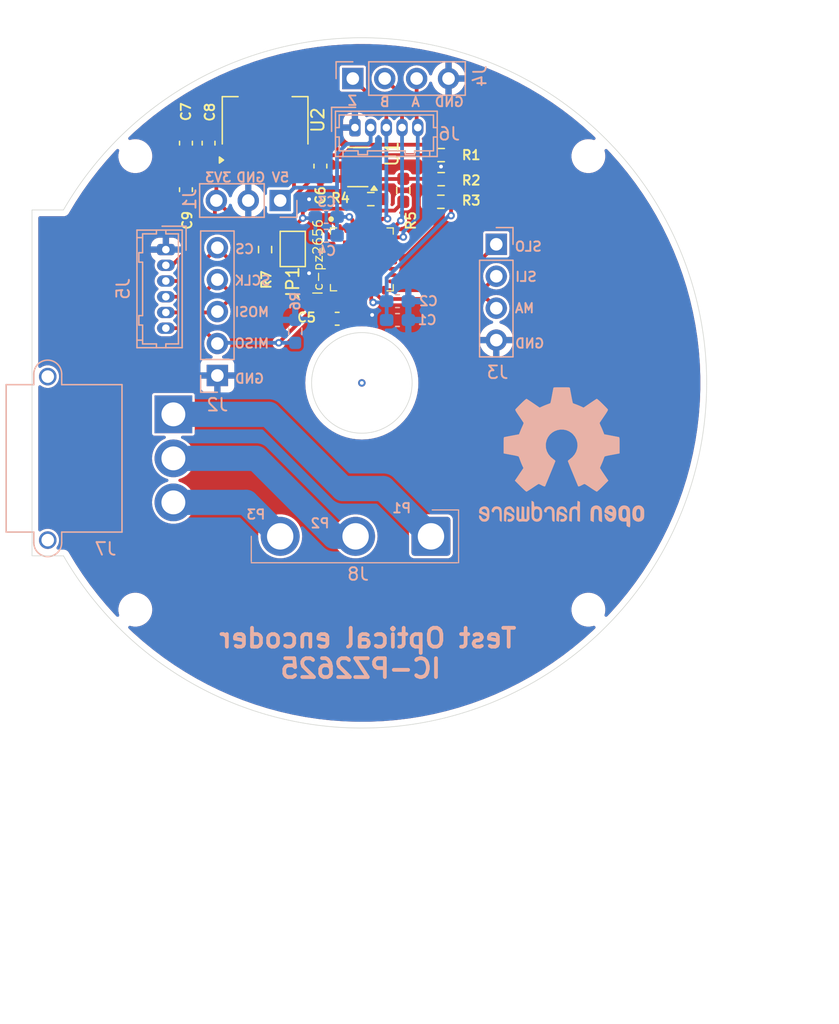
<source format=kicad_pcb>
(kicad_pcb (version 20240108) (generator "pcbnew") (generator_version "8.0")
  (layers (0 "F.Cu" signal) (31 "B.Cu" signal) (34 "B.Paste" user) (35 "F.Paste" user) (36 "B.SilkS" user "B.Silkscreen") (37 "F.SilkS" user "F.Silkscreen") (38 "B.Mask" user) (39 "F.Mask" user) (44 "Edge.Cuts" user))
  (net 0 "")
  (net 1 "Net-(Ic-pz2656-C1V8)")
  (net 3 "GND")
  (net 6 "+3.3V")
  (net 7 "+5V")
  (net 10 "/SPI_MOSI")
  (net 11 "/BiSS_MA")
  (net 12 "Net-(Ic-pz2656-SDA)")
  (net 13 "/BiSS_SLI")
  (net 16 "Net-(Ic-pz2656-SCL)")
  (net 17 "Net-(Ic-pz2656-NRES)")
  (net 18 "/SPI_SCLK")
  (net 20 "Net-(U1-SDA)")
  (net 21 "Net-(U1-SCL)")
  (net 23 "/Z")
  (net 24 "/SPI_~{CS}")
  (net 25 "/B")
  (net 26 "/SPI_MISO")
  (net 28 "/A")
  (net 30 "/BiSS_SLO")
  (net 31 "/P3")
  (net 32 "/P1")
  (net 33 "/P2")
  (net 34 "GNDA")
  (footprint "Resistor_SMD:R_0603_1608Metric_Pad0.98x0.95mm_HandSolder" (layer "F.Cu") (at 112.8 111.9 90)
    (property "Reference" "R7" (at -2.4 0.1 -90) (layer "F.SilkS") (effects (font (size 0.75 0.75))))
    (property "Value" "10K")
    (pad "1" smd roundrect (at -0.9125 0 90) (size 0.975 0.95) (layers "F.Cu" "F.Paste" "F.Mask") (net 24 "/SPI_~{CS}"))
    (pad "2" smd roundrect (at 0.9125 0 90) (size 0.975 0.95) (layers "F.Cu" "F.Paste" "F.Mask") (net 6 "+3.3V"))
  )
  (footprint "Package_TO_SOT_SMD:SOT-223-3_TabPin2" (layer "F.Cu") (at 112.8 101.65 90)
    (property "Reference" "U2" (at 0.05 4.2 -90) (layer "F.SilkS"))
    (property "Value" "AMS1117-3.3")
    (pad "1" smd roundrect (at -3.15 -2.3 90) (size 2 1.5) (layers "F.Cu" "F.Paste" "F.Mask") (net 3 "GND"))
    (pad "2" smd roundrect (at -3.15 0 90) (size 2 1.5) (layers "F.Cu" "F.Paste" "F.Mask") (net 6 "+3.3V"))
    (pad "2" smd roundrect (at 3.15 0 90) (size 2 3.8) (layers "F.Cu" "F.Paste" "F.Mask") (net 6 "+3.3V"))
    (pad "3" smd roundrect (at -3.15 2.3 90) (size 2 1.5) (layers "F.Cu" "F.Paste" "F.Mask") (net 7 "+5V"))
  )
  (footprint "Jumper:SolderJumper-2_P1.3mm_Bridged2Bar_Pad1.0x1.5mm" (layer "F.Cu") (at 115 111.85 90)
    (property "Reference" "JP1" (at -2.75 0 -90) (layer "F.SilkS"))
    (property "Value" "SolderJumper_2_Open")
    (fp_poly (pts (xy -0.25 -0.6) (xy 0.25 -0.6) (xy 0.25 -0.2) (xy -0.25 -0.2)) (fill solid) (layer "F.Cu"))
    (fp_poly (pts (xy -0.25 0.2) (xy 0.25 0.2) (xy 0.25 0.6) (xy -0.25 0.6)) (fill solid) (layer "F.Cu"))
    (pad "1" smd rect (at -0.65 0 90) (size 1 1.5) (layers "F.Cu" "F.Mask") (net 3 "GND"))
    (pad "2" smd rect (at 0.65 0 90) (size 1 1.5) (layers "F.Cu" "F.Mask") (net 34 "GNDA"))
  )
  (footprint "Package_TO_SOT_SMD:SOT-23-5" (layer "F.Cu") (at 120.175 105.3375 180)
    (property "Reference" "U1" (at -2.725 1.0375 -90) (layer "F.SilkS"))
    (property "Value" "AT24CS16-STUM" (hide yes))
    (pad "1" smd roundrect (at -1.1375 -0.95 180) (size 1.325 0.6) (layers "F.Cu" "F.Paste" "F.Mask") (net 21 "Net-(U1-SCL)"))
    (pad "2" smd roundrect (at -1.1375 0 180) (size 1.325 0.6) (layers "F.Cu" "F.Paste" "F.Mask") (net 3 "GND"))
    (pad "3" smd roundrect (at -1.1375 0.95 180) (size 1.325 0.6) (layers "F.Cu" "F.Paste" "F.Mask") (net 20 "Net-(U1-SDA)"))
    (pad "4" smd roundrect (at 1.1375 0.95 180) (size 1.325 0.6) (layers "F.Cu" "F.Paste" "F.Mask") (net 6 "+3.3V"))
    (pad "5" smd roundrect (at 1.1375 -0.95 180) (size 1.325 0.6) (layers "F.Cu" "F.Paste" "F.Mask") (net 3 "GND"))
  )
  (footprint "Capacitor_SMD:C_0603_1608Metric_Pad1.08x0.95mm_HandSolder" (layer "F.Cu") (at 108.3 103.4375 -90)
    (property "Reference" "C8" (at -2.4625 -0.1 90) (layer "F.SilkS") (effects (font (size 0.75 0.75))))
    (property "Value" "100nF")
    (pad "1" smd roundrect (at -0.8625 0 270) (size 1.075 0.95) (layers "F.Cu" "F.Paste" "F.Mask") (net 7 "+5V"))
    (pad "2" smd roundrect (at 0.8625 0 270) (size 1.075 0.95) (layers "F.Cu" "F.Paste" "F.Mask") (net 3 "GND"))
  )
  (footprint "Ic - pz2656:Ic-pz2656-5x5" (layer "F.Cu") (at 120.5 112.6775)
    (property "Reference" "Ic-pz2656" (at -3.5 -0.1775 90) (layer "F.SilkS") (effects (font (size 0.75 0.75) (thickness 0.1))))
    (property "Value" "~")
    (pad "0" smd rect (at 0 0) (size 3 3) (layers "F.Cu" "F.Paste" "F.Mask") (net 34 "GNDA"))
    (pad "1" smd oval (at -2.45 -1.75) (size 0.7 0.3) (layers "F.Cu" "F.Paste" "F.Mask") (net 3 "GND"))
    (pad "2" smd oval (at -2.45 -1.25) (size 0.7 0.3) (layers "F.Cu" "F.Paste" "F.Mask"))
    (pad "3" smd oval (at -2.45 -0.75) (size 0.7 0.3) (layers "F.Cu" "F.Paste" "F.Mask"))
    (pad "4" smd oval (at -2.45 -0.25) (size 0.7 0.3) (layers "F.Cu" "F.Paste" "F.Mask"))
    (pad "5" smd oval (at -2.45 0.25) (size 0.7 0.3) (layers "F.Cu" "F.Paste" "F.Mask"))
    (pad "6" smd oval (at -2.45 0.75) (size 0.7 0.3) (layers "F.Cu" "F.Paste" "F.Mask"))
    (pad "7" smd oval (at -2.45 1.25) (size 0.7 0.3) (layers "F.Cu" "F.Paste" "F.Mask"))
    (pad "8" smd oval (at -2.45 1.75) (size 0.7 0.3) (layers "F.Cu" "F.Paste" "F.Mask") (net 24 "/SPI_~{CS}"))
    (pad "9" smd oval (at -1.75 2.45 90) (size 0.7 0.3) (layers "F.Cu" "F.Paste" "F.Mask") (net 18 "/SPI_SCLK"))
    (pad "10" smd oval (at -1.25 2.45 90) (size 0.7 0.3) (layers "F.Cu" "F.Paste" "F.Mask") (net 10 "/SPI_MOSI"))
    (pad "11" smd oval (at -0.75 2.45 90) (size 0.7 0.3) (layers "F.Cu" "F.Paste" "F.Mask") (net 26 "/SPI_MISO"))
    (pad "12" smd oval (at -0.25 2.45 90) (size 0.7 0.3) (layers "F.Cu" "F.Paste" "F.Mask") (net 1 "Net-(Ic-pz2656-C1V8)"))
    (pad "13" smd oval (at 0.25 2.45 90) (size 0.7 0.3) (layers "F.Cu" "F.Paste" "F.Mask") (net 3 "GND"))
    (pad "14" smd oval (at 0.75 2.45 90) (size 0.7 0.3) (layers "F.Cu" "F.Paste" "F.Mask") (net 6 "+3.3V"))
    (pad "15" smd oval (at 1.25 2.45 90) (size 0.7 0.3) (layers "F.Cu" "F.Paste" "F.Mask") (net 11 "/BiSS_MA"))
    (pad "16" smd oval (at 1.75 2.45 90) (size 0.7 0.3) (layers "F.Cu" "F.Paste" "F.Mask") (net 13 "/BiSS_SLI"))
    (pad "17" smd oval (at 2.45 1.75) (size 0.7 0.3) (layers "F.Cu" "F.Paste" "F.Mask") (net 30 "/BiSS_SLO"))
    (pad "18" smd oval (at 2.45 1.25) (size 0.7 0.3) (layers "F.Cu" "F.Paste" "F.Mask"))
    (pad "19" smd oval (at 2.45 0.75) (size 0.7 0.3) (layers "F.Cu" "F.Paste" "F.Mask"))
    (pad "20" smd oval (at 2.45 0.25) (size 0.7 0.3) (layers "F.Cu" "F.Paste" "F.Mask"))
    (pad "21" smd oval (at 2.45 -0.25) (size 0.7 0.3) (layers "F.Cu" "F.Paste" "F.Mask"))
    (pad "22" smd oval (at 2.45 -0.75) (size 0.7 0.3) (layers "F.Cu" "F.Paste" "F.Mask") (net 17 "Net-(Ic-pz2656-NRES)"))
    (pad "23" smd oval (at 2.45 -1.25) (size 0.7 0.3) (layers "F.Cu" "F.Paste" "F.Mask"))
    (pad "24" smd oval (at 2.45 -1.75) (size 0.7 0.3) (layers "F.Cu" "F.Paste" "F.Mask") (net 28 "/A"))
    (pad "25" smd oval (at 1.75 -2.45 90) (size 0.7 0.3) (layers "F.Cu" "F.Paste" "F.Mask") (net 25 "/B"))
    (pad "26" smd oval (at 1.25 -2.45 90) (size 0.7 0.3) (layers "F.Cu" "F.Paste" "F.Mask") (net 23 "/Z"))
    (pad "27" smd oval (at 0.75 -2.45 90) (size 0.7 0.3) (layers "F.Cu" "F.Paste" "F.Mask") (net 16 "Net-(Ic-pz2656-SCL)"))
    (pad "28" smd oval (at 0.25 -2.45 90) (size 0.7 0.3) (layers "F.Cu" "F.Paste" "F.Mask") (net 12 "Net-(Ic-pz2656-SDA)"))
    (pad "29" smd oval (at -0.25 -2.45 90) (size 0.7 0.3) (layers "F.Cu" "F.Paste" "F.Mask") (net 34 "GNDA"))
    (pad "30" smd oval (at -0.75 -2.45 90) (size 0.7 0.3) (layers "F.Cu" "F.Paste" "F.Mask") (net 7 "+5V"))
    (pad "31" smd oval (at -1.25 -2.45 90) (size 0.7 0.3) (layers "F.Cu" "F.Paste" "F.Mask") (net 3 "GND"))
    (pad "32" smd oval (at -1.75 -2.45 90) (size 0.7 0.3) (layers "F.Cu" "F.Paste" "F.Mask") (net 3 "GND"))
  )
  (footprint "Capacitor_SMD:C_0603_1608Metric_Pad1.08x0.95mm_HandSolder" (layer "F.Cu") (at 106.5 107.1375 -90)
    (property "Reference" "C9" (at 2.4375 -0.1 90) (layer "F.SilkS") (effects (font (size 0.75 0.75))))
    (property "Value" "10uF")
    (pad "1" smd roundrect (at -0.8625 0 270) (size 1.075 0.95) (layers "F.Cu" "F.Paste" "F.Mask") (net 6 "+3.3V"))
    (pad "2" smd roundrect (at 0.8625 0 270) (size 1.075 0.95) (layers "F.Cu" "F.Paste" "F.Mask") (net 3 "GND"))
  )
  (footprint "Capacitor_SMD:C_0603_1608Metric_Pad1.08x0.95mm_HandSolder" (layer "F.Cu") (at 117.2 105.2625 90)
    (property "Reference" "C6" (at -2.3375 0 -90) (layer "F.SilkS") (effects (font (size 0.75 0.75))))
    (property "Value" "100nF")
    (pad "1" smd roundrect (at -0.8625 0 90) (size 1.075 0.95) (layers "F.Cu" "F.Paste" "F.Mask") (net 3 "GND"))
    (pad "2" smd roundrect (at 0.8625 0 90) (size 1.075 0.95) (layers "F.Cu" "F.Paste" "F.Mask") (net 6 "+3.3V"))
  )
  (footprint "Resistor_SMD:R_0603_1608Metric_Pad0.98x0.95mm_HandSolder" (layer "F.Cu") (at 126.8125 106.3)
    (property "Reference" "R2" (at 2.3875 0.1 0) (layer "F.SilkS") (effects (font (size 0.75 0.75))))
    (property "Value" "3K3")
    (pad "1" smd roundrect (at -0.9125 0) (size 0.975 0.95) (layers "F.Cu" "F.Paste" "F.Mask") (net 21 "Net-(U1-SCL)"))
    (pad "2" smd roundrect (at 0.9125 0) (size 0.975 0.95) (layers "F.Cu" "F.Paste" "F.Mask") (net 6 "+3.3V"))
  )
  (footprint "Resistor_SMD:R_0603_1608Metric_Pad0.98x0.95mm_HandSolder" (layer "F.Cu") (at 121.2125 107.8875)
    (property "Reference" "R4" (at -2.4125 -0.0875 0) (layer "F.SilkS") (effects (font (size 0.75 0.75))))
    (property "Value" "0")
    (pad "1" smd roundrect (at -0.9125 0) (size 0.975 0.95) (layers "F.Cu" "F.Paste" "F.Mask") (net 20 "Net-(U1-SDA)"))
    (pad "2" smd roundrect (at 0.9125 0) (size 0.975 0.95) (layers "F.Cu" "F.Paste" "F.Mask") (net 12 "Net-(Ic-pz2656-SDA)"))
  )
  (footprint "Resistor_SMD:R_0603_1608Metric_Pad0.98x0.95mm_HandSolder" (layer "F.Cu") (at 123.8 107.1875 -90)
    (property "Reference" "R5" (at 2.4125 -0.6 90) (layer "F.SilkS") (effects (font (size 0.75 0.75) (thickness 0.15) (bold yes))))
    (property "Value" "0")
    (pad "1" smd roundrect (at -0.9125 0 270) (size 0.975 0.95) (layers "F.Cu" "F.Paste" "F.Mask") (net 21 "Net-(U1-SCL)"))
    (pad "2" smd roundrect (at 0.9125 0 270) (size 0.975 0.95) (layers "F.Cu" "F.Paste" "F.Mask") (net 16 "Net-(Ic-pz2656-SCL)"))
  )
  (footprint "Connector_Wire:SolderWire-1.5sqmm_1x03_P6mm_D1.7mm_OD3mm" (layer "F.Cu") (at 126 134.7 180)
    (property "Reference" "J8" (at 5.8 -3 180) (layer "B.SilkS") (effects (justify mirror)))
    (property "Value" "Conn_01x03_Pin")
    (pad "1" thru_hole roundrect (at 0 0 180) (size 3.1 3.1) (drill 2.1) (layers "*.Cu" "*.Mask") (roundrect_rratio 0.080645) (net 32 "/P1"))
    (pad "2" thru_hole circle (at 6 0 180) (size 3.1 3.1) (drill 2.1) (layers "*.Cu" "*.Mask") (net 33 "/P2"))
    (pad "3" thru_hole circle (at 12 0 180) (size 3.1 3.1) (drill 2.1) (layers "*.Cu" "*.Mask") (net 31 "/P3"))
  )
  (footprint "Resistor_SMD:R_0603_1608Metric_Pad0.98x0.95mm_HandSolder" (layer "F.Cu") (at 126.8125 104.3875)
    (property "Reference" "R1" (at 2.3875 0 0) (layer "F.SilkS") (effects (font (size 0.75 0.75))))
    (property "Value" "3K3")
    (pad "1" smd roundrect (at -0.9125 0) (size 0.975 0.95) (layers "F.Cu" "F.Paste" "F.Mask") (net 20 "Net-(U1-SDA)"))
    (pad "2" smd roundrect (at 0.9125 0) (size 0.975 0.95) (layers "F.Cu" "F.Paste" "F.Mask") (net 6 "+3.3V"))
  )
  (footprint "Capacitor_SMD:C_0603_1608Metric_Pad1.08x0.95mm_HandSolder" (layer "F.Cu") (at 106.5 103.4375 -90)
    (property "Reference" "C7" (at -2.5 0 90) (layer "F.SilkS") (effects (font (size 0.75 0.75))))
    (property "Value" "1uF")
    (pad "1" smd roundrect (at -0.8625 0 270) (size 1.075 0.95) (layers "F.Cu" "F.Paste" "F.Mask") (net 7 "+5V"))
    (pad "2" smd roundrect (at 0.8625 0 270) (size 1.075 0.95) (layers "F.Cu" "F.Paste" "F.Mask") (net 3 "GND"))
  )
  (footprint "Capacitor_SMD:C_0603_1608Metric_Pad1.08x0.95mm_HandSolder" (layer "F.Cu") (at 118.5375 117.4)
    (property "Reference" "C5" (at -2.4375 -0.1 0) (layer "F.SilkS") (effects (font (size 0.75 0.75))))
    (property "Value" "100nF")
    (pad "1" smd roundrect (at -0.8625 0) (size 1.075 0.95) (layers "F.Cu" "F.Paste" "F.Mask") (net 3 "GND"))
    (pad "2" smd roundrect (at 0.8625 0) (size 1.075 0.95) (layers "F.Cu" "F.Paste" "F.Mask") (net 1 "Net-(Ic-pz2656-C1V8)"))
  )
  (footprint "Resistor_SMD:R_0603_1608Metric_Pad0.98x0.95mm_HandSolder" (layer "F.Cu") (at 126.7875 108.1 180)
    (property "Reference" "R3" (at -2.4125 0.1 180) (layer "F.SilkS") (effects (font (size 0.75 0.75))))
    (property "Value" "10K")
    (pad "1" smd roundrect (at -0.9125 0 180) (size 0.975 0.95) (layers "F.Cu" "F.Paste" "F.Mask") (net 6 "+3.3V"))
    (pad "2" smd roundrect (at 0.9125 0 180) (size 0.975 0.95) (layers "F.Cu" "F.Paste" "F.Mask") (net 17 "Net-(Ic-pz2656-NRES)"))
  )
  (footprint "Connector_Hirose:Hirose_DF13-05P-1.25DSA_1x05_P1.25mm_Vertical" (layer "B.Cu") (at 119.95 102.2)
    (property "Reference" "J6" (at 7.5 0.5 0) (layer "B.SilkS") (effects (justify mirror)))
    (property "Value" "Conn_DF13_male_01x05")
    (pad "1" thru_hole roundrect (at 0 0) (size 0.9 1.4) (drill 0.6) (layers "*.Cu" "*.Mask") (net 3 "GND"))
    (pad "2" thru_hole oval (at 1.25 0) (size 0.9 1.4) (drill 0.6) (layers "*.Cu" "*.Mask") (net 7 "+5V"))
    (pad "3" thru_hole oval (at 2.5 0) (size 0.9 1.4) (drill 0.6) (layers "*.Cu" "*.Mask") (net 23 "/Z"))
    (pad "4" thru_hole oval (at 3.75 0) (size 0.9 1.4) (drill 0.6) (layers "*.Cu" "*.Mask") (net 25 "/B"))
    (pad "5" thru_hole oval (at 5 0) (size 0.9 1.4) (drill 0.6) (layers "*.Cu" "*.Mask") (net 28 "/A"))
  )
  (footprint "Connector_PinHeader_2.54mm:PinHeader_1x05_P2.54mm_Vertical" (layer "B.Cu") (at 109 121.91)
    (property "Reference" "J2" (at 0 2.33 0) (layer "B.SilkS") (effects (justify mirror)))
    (property "Value" "Conn_01x05_Pin")
    (pad "1" thru_hole rect (at 0 0) (size 1.7 1.7) (drill 1) (layers "*.Cu" "*.Mask") (net 3 "GND"))
    (pad "2" thru_hole oval (at 0 -2.54) (size 1.7 1.7) (drill 1) (layers "*.Cu" "*.Mask") (net 26 "/SPI_MISO"))
    (pad "3" thru_hole oval (at 0 -5.08) (size 1.7 1.7) (drill 1) (layers "*.Cu" "*.Mask") (net 10 "/SPI_MOSI"))
    (pad "4" thru_hole oval (at 0 -7.62) (size 1.7 1.7) (drill 1) (layers "*.Cu" "*.Mask") (net 18 "/SPI_SCLK"))
    (pad "5" thru_hole oval (at 0 -10.16) (size 1.7 1.7) (drill 1) (layers "*.Cu" "*.Mask") (net 24 "/SPI_~{CS}"))
  )
  (footprint "Connector_Hirose:Hirose_DF13-06P-1.25DSA_1x06_P1.25mm_Vertical" (layer "B.Cu") (at 104.9 111.9 -90)
    (property "Reference" "J5" (at 3.12 3.4 90) (layer "B.SilkS") (effects (justify mirror)))
    (property "Value" "Conn_DF13_male_01x06")
    (pad "1" thru_hole roundrect (at 0 0 270) (size 0.9 1.4) (drill 0.6) (layers "*.Cu" "*.Mask") (net 3 "GND"))
    (pad "2" thru_hole oval (at 1.25 0 270) (size 0.9 1.4) (drill 0.6) (layers "*.Cu" "*.Mask") (net 6 "+3.3V"))
    (pad "3" thru_hole oval (at 2.5 0 270) (size 0.9 1.4) (drill 0.6) (layers "*.Cu" "*.Mask") (net 24 "/SPI_~{CS}"))
    (pad "4" thru_hole oval (at 3.75 0 270) (size 0.9 1.4) (drill 0.6) (layers "*.Cu" "*.Mask") (net 18 "/SPI_SCLK"))
    (pad "5" thru_hole oval (at 5 0 270) (size 0.9 1.4) (drill 0.6) (layers "*.Cu" "*.Mask") (net 10 "/SPI_MOSI"))
    (pad "6" thru_hole oval (at 6.25 0 270) (size 0.9 1.4) (drill 0.6) (layers "*.Cu" "*.Mask") (net 26 "/SPI_MISO"))
  )
  (footprint "Connector_PinHeader_2.54mm:PinHeader_1x04_P2.54mm_Vertical" (layer "B.Cu") (at 131.2 111.48 180)
    (property "Reference" "J3" (at -0.1 -10.18 180) (layer "B.SilkS") (effects (justify mirror)))
    (property "Value" "Conn_01x04_Pin")
    (pad "1" thru_hole rect (at 0 0 180) (size 1.7 1.7) (drill 1) (layers "*.Cu" "*.Mask") (net 30 "/BiSS_SLO"))
    (pad "2" thru_hole oval (at 0 -2.54 180) (size 1.7 1.7) (drill 1) (layers "*.Cu" "*.Mask") (net 13 "/BiSS_SLI"))
    (pad "3" thru_hole oval (at 0 -5.08 180) (size 1.7 1.7) (drill 1) (layers "*.Cu" "*.Mask") (net 11 "/BiSS_MA"))
    (pad "4" thru_hole oval (at 0 -7.62 180) (size 1.7 1.7) (drill 1) (layers "*.Cu" "*.Mask") (net 3 "GND"))
  )
  (footprint "Capacitor_SMD:C_0603_1608Metric_Pad1.08x0.95mm_HandSolder" (layer "B.Cu") (at 117.6625 110.8)
    (property "Reference" "C4" (at 0.0375 1.2 0) (layer "B.SilkS") (effects (font (size 0.75 0.75)) (justify mirror)))
    (property "Value" "1μF")
    (pad "1" smd roundrect (at -0.8625 0) (size 1.075 0.95) (layers "B.Cu" "B.Paste" "B.Mask") (net 34 "GNDA"))
    (pad "2" smd roundrect (at 0.8625 0) (size 1.075 0.95) (layers "B.Cu" "B.Paste" "B.Mask") (net 7 "+5V"))
  )
  (footprint "Symbol:OSHW-Logo2_14.6x12mm_SilkScreen" (layer "B.Cu") (at 136.4 128.4 180)
    (property "Reference" "REF**" (hide yes))
    (property "Value" "OSHW-Logo2_14.6x12mm_SilkScreen" (hide yes))
  )
  (footprint "Connector_PinHeader_2.54mm:PinHeader_1x04_P2.54mm_Vertical" (layer "B.Cu") (at 119.78 98.3 -90)
    (property "Reference" "J4" (at -0.2 -10.12 90) (layer "B.SilkS") (effects (justify mirror)))
    (property "Value" "Conn_01x04_Pin")
    (pad "1" thru_hole rect (at 0 0 270) (size 1.7 1.7) (drill 1) (layers "*.Cu" "*.Mask") (net 23 "/Z"))
    (pad "2" thru_hole oval (at 0 -2.54 270) (size 1.7 1.7) (drill 1) (layers "*.Cu" "*.Mask") (net 25 "/B"))
    (pad "3" thru_hole oval (at 0 -5.08 270) (size 1.7 1.7) (drill 1) (layers "*.Cu" "*.Mask") (net 28 "/A"))
    (pad "4" thru_hole oval (at 0 -7.62 270) (size 1.7 1.7) (drill 1) (layers "*.Cu" "*.Mask") (net 3 "GND"))
  )
  (footprint "Capacitor_SMD:C_0603_1608Metric_Pad1.08x0.95mm_HandSolder" (layer "B.Cu") (at 117.6625 109.3)
    (property "Reference" "C3" (at 0.0375 -1.2 0) (layer "B.SilkS") (effects (font (size 0.75 0.75)) (justify mirror)))
    (property "Value" "100nF")
    (pad "1" smd roundrect (at -0.8625 0) (size 1.075 0.95) (layers "B.Cu" "B.Paste" "B.Mask") (net 34 "GNDA"))
    (pad "2" smd roundrect (at 0.8625 0) (size 1.075 0.95) (layers "B.Cu" "B.Paste" "B.Mask") (net 7 "+5V"))
  )
  (footprint "Capacitor_SMD:C_0603_1608Metric_Pad1.08x0.95mm_HandSolder" (layer "B.Cu") (at 123.3375 116 180)
    (property "Reference" "C2" (at -2.4625 0 180) (layer "B.SilkS") (effects (font (size 0.75 0.75) (thickness 0.15) (bold yes)) (justify mirror)))
    (property "Value" "100nF")
    (pad "1" smd roundrect (at -0.8625 0 180) (size 1.075 0.95) (layers "B.Cu" "B.Paste" "B.Mask") (net 3 "GND"))
    (pad "2" smd roundrect (at 0.8625 0 180) (size 1.075 0.95) (layers "B.Cu" "B.Paste" "B.Mask") (net 6 "+3.3V"))
  )
  (footprint "MountingHole:MountingHole_2.2mm_M2" (layer "B.Cu") (at 138.53 104.47 180)
    (property "Reference" "REF**" (hide yes))
    (property "Value" "MountingHole_2.2mm_M2")
    (pad "" np_thru_hole circle (at 0 0 180) (size 2.2 2.2) (drill 2.2) (layers "*.Cu" "*.Mask"))
  )
  (footprint "Connector_PinHeader_2.54mm:PinHeader_1x03_P2.54mm_Vertical" (layer "B.Cu") (at 114 108 90)
    (property "Reference" "J1" (at 0.1 -7.2 -90) (layer "B.SilkS") (effects (justify mirror)))
    (property "Value" "Conn_01x03_Pin")
    (pad "1" thru_hole rect (at 0 0 90) (size 1.7 1.7) (drill 1) (layers "*.Cu" "*.Mask") (net 7 "+5V"))
    (pad "2" thru_hole oval (at 0 -2.54 90) (size 1.7 1.7) (drill 1) (layers "*.Cu" "*.Mask") (net 3 "GND"))
    (pad "3" thru_hole oval (at 0 -5.08 90) (size 1.7 1.7) (drill 1) (layers "*.Cu" "*.Mask") (net 6 "+3.3V"))
  )
  (footprint "MountingHole:MountingHole_2.2mm_M2" (layer "B.Cu") (at 102.47 140.53 180)
    (property "Reference" "REF**" (hide yes))
    (property "Value" "MountingHole_2.2mm_M2")
    (pad "" np_thru_hole circle (at 0 0 180) (size 2.2 2.2) (drill 2.2) (layers "F&B.Cu" "*.Mask"))
  )
  (footprint "MountingHole:MountingHole_2.2mm_M2" (layer "B.Cu") (at 102.47 104.47 180)
    (property "Reference" "REF**" (hide yes))
    (property "Value" "MountingHole_2.2mm_M2")
    (pad "" np_thru_hole circle (at 0 0 180) (size 2.2 2.2) (drill 2.2) (layers "F&B.Cu" "*.Mask"))
  )
  (footprint "MountingHole:MountingHole_2.2mm_M2" (layer "B.Cu") (at 138.53 140.53 180)
    (property "Reference" "REF**" (hide yes))
    (property "Value" "MountingHole_2.2mm_M2")
    (pad "" np_thru_hole circle (at 0 0 180) (size 2.2 2.2) (drill 2.2) (layers "F&B.Cu" "*.Mask"))
  )
  (footprint "Connector_AMASS:AMASS_MR30PW-M_1x03_P3.50mm_Horizontal" (layer "B.Cu") (at 105.5 125 -90)
    (property "Reference" "J7" (at 10.7 5.4 0) (layer "B.SilkS") (effects (justify mirror)))
    (property "Value" "Conn_AMASS_male_01x03")
    (pad "" thru_hole circle (at -3 10 270) (size 1.4 1.4) (drill 1) (layers "*.Cu" "*.Mask"))
    (pad "" thru_hole circle (at 10 10 270) (size 1.4 1.4) (drill 1) (layers "*.Cu" "*.Mask"))
    (pad "1" thru_hole rect (at 0 0 270) (size 3 3) (drill 1.9) (layers "*.Cu" "*.Mask") (net 32 "/P1") (thermal_bridge_width 1) (thermal_gap 0.5))
    (pad "2" thru_hole circle (at 3.5 0 270) (size 3 3) (drill 1.9) (layers "*.Cu" "*.Mask") (net 33 "/P2"))
    (pad "3" thru_hole circle (at 7 0 270) (size 3 3) (drill 1.9) (layers "*.Cu" "*.Mask") (net 31 "/P3"))
  )
  (footprint "Resistor_SMD:R_0603_1608Metric_Pad0.98x0.95mm_HandSolder" (layer "B.Cu") (at 115.2 118.4 90)
    (property "Reference" "R6" (at 2.4 0 -90) (layer "B.SilkS") (effects (font (size 0.75 0.75)) (justify mirror)))
    (property "Value" "10K")
    (pad "1" smd roundrect (at -0.9125 0 90) (size 0.975 0.95) (layers "B.Cu" "B.Paste" "B.Mask") (net 26 "/SPI_MISO"))
    (pad "2" smd roundrect (at 0.9125 0 90) (size 0.975 0.95) (layers "B.Cu" "B.Paste" "B.Mask") (net 3 "GND"))
  )
  (footprint "Capacitor_SMD:C_0603_1608Metric_Pad1.08x0.95mm_HandSolder" (layer "B.Cu") (at 123.3375 117.5 180)
    (property "Reference" "C1" (at -2.3625 0 180) (layer "B.SilkS") (effects (font (size 0.75 0.75)) (justify mirror)))
    (property "Value" "1μF")
    (pad "1" smd roundrect (at -0.8625 0 180) (size 1.075 0.95) (layers "B.Cu" "B.Paste" "B.Mask") (net 3 "GND"))
    (pad "2" smd roundrect (at 0.8625 0 180) (size 1.075 0.95) (layers "B.Cu" "B.Paste" "B.Mask") (net 6 "+3.3V"))
  )
  (gr_line (start 128.2 132.6) (end 128.2 136.8) (stroke (width 0.1)) (layer "B.SilkS"))
  (gr_line (start 111.7 134.7) (end 111.7 136.7) (stroke (width 0.1)) (layer "B.SilkS"))
  (gr_line (start 111.7 136.8) (end 128.1 136.8) (stroke (width 0.1)) (layer "B.SilkS"))
  (gr_line (start 126.1 132.6) (end 128.2 132.6) (stroke (width 0.1)) (layer "B.SilkS"))
  (gr_line (start 94.25 108.75) (end 94.25 136.25) (stroke (width 0.05)) (layer "Edge.Cuts"))
  (gr_line (start 94.25 136.25) (end 96.75 136.25) (stroke (width 0.05)) (layer "Edge.Cuts"))
  (gr_circle (center 120.5 122.5) (end 124.5 122.5) (stroke (width 0.05)) (fill none) (layer "Edge.Cuts"))
  (gr_arc (start 96.75 108.75) (mid 147.943119 122.5) (end 96.75 136.25) (stroke (width 0.05)) (layer "Edge.Cuts"))
  (gr_line (start 96.75 108.75) (end 94.25 108.75) (stroke (width 0.05)) (layer "Edge.Cuts"))
  (gr_text "GND" (at 135.1 119.8 0) (layer "B.SilkS") (effects (font (size 0.75 0.75) (thickness 0.15) (bold yes)) (justify left bottom mirror)))
  (gr_text "Z" (at 120.2 100.5 0) (layer "B.SilkS") (effects (font (size 0.75 0.75) (thickness 0.15) (bold yes)) (justify left bottom mirror)))
  (gr_text "P1" (at 124.5 132.9 -0) (layer "B.SilkS") (effects (font (size 0.75 0.75) (thickness 0.15) (bold yes)) (justify left bottom mirror)))
  (gr_text "MA" (at 134.3 117 0) (layer "B.SilkS") (effects (font (size 0.75 0.75) (thickness 0.15) (bold yes)) (justify left bottom mirror)))
  (gr_text "P2" (at 118 134.1 -0) (layer "B.SilkS") (effects (font (size 0.75 0.75) (thickness 0.15) (bold yes)) (justify left bottom mirror)))
  (gr_text "GND" (at 112.8 122.6 0) (layer "B.SilkS") (effects (font (size 0.75 0.75) (thickness 0.15) (bold yes)) (justify left bottom mirror)))
  (gr_text "3V3" (at 110.2 106.6 0) (layer "B.SilkS") (effects (font (size 0.75 0.75) (thickness 0.15) (bold yes)) (justify left bottom mirror)))
  (gr_text "MOSI" (at 113.2 117.3 0) (layer "B.SilkS") (effects (font (size 0.75 0.75) (thickness 0.15) (bold yes)) (justify left bottom mirror)))
  (gr_text "CS" (at 112 112.3 0) (layer "B.SilkS") (effects (font (size 0.75 0.75) (thickness 0.15) (bold yes)) (justify left bottom mirror)))
  (gr_text "Test Optical encoder \nIC-PZ2625" (at 120.4 144 0) (layer "B.SilkS") (effects (font (size 1.5 1.5) (thickness 0.3) (bold yes)) (justify mirror)))
  (gr_text "SCLK" (at 113.3 114.8 0) (layer "B.SilkS") (effects (font (size 0.75 0.75) (thickness 0.15) (bold yes)) (justify left bottom mirror)))
  (gr_text "MISO" (at 113.2 119.8 0) (layer "B.SilkS") (effects (font (size 0.75 0.75) (thickness 0.15) (bold yes)) (justify left bottom mirror)))
  (gr_text "SLO" (at 134.9 112.1 0) (layer "B.SilkS") (effects (font (size 0.75 0.75) (thickness 0.15) (bold yes)) (justify left bottom mirror)))
  (gr_text "5V" (at 114.8 106.6 0) (layer "B.SilkS") (effects (font (size 0.75 0.75) (thickness 0.15) (bold yes)) (justify left bottom mirror)))
  (gr_text "GND" (at 128.7 100.6 0) (layer "B.SilkS") (effects (font (size 0.75 0.75) (thickness 0.15) (bold yes)) (justify left bottom mirror)))
  (gr_text "P3" (at 112.9 133.4 -0) (layer "B.SilkS") (effects (font (size 0.75 0.75) (thickness 0.15) (bold yes)) (justify left bottom mirror)))
  (gr_text "B" (at 122.8 100.6 0) (layer "B.SilkS") (effects (font (size 0.75 0.75) (thickness 0.15) (bold yes)) (justify left bottom mirror)))
  (gr_text "A" (at 125.2 100.6 0) (layer "B.SilkS") (effects (font (size 0.75 0.75) (thickness 0.15) (bold yes)) (justify left bottom mirror)))
  (gr_text "GND" (at 112.9 106.6 0) (layer "B.SilkS") (effects (font (size 0.75 0.75) (thickness 0.15) (bold yes)) (justify left bottom mirror)))
  (gr_text "SLI" (at 134.5 114.5 0) (layer "B.SilkS") (effects (font (size 0.75 0.75) (thickness 0.15) (bold yes)) (justify left bottom mirror)))
  (via (at 120.5 122.5) (size 0.6) (drill 0.3) (layers "F.Cu" "B.Cu") (net 0))
  (segment (start 119.4 117.4) (end 120.25 116.55) (width 0.3) (layer "F.Cu") (net 1))
  (segment (start 120.25 116.55) (end 120.25 115.1275) (width 0.3) (layer "F.Cu") (net 1))
  (segment (start 119.4 117.126346) (end 119.4 117.4) (width 0.3) (layer "F.Cu") (net 1))
  (segment (start 120.75 116.569239) (end 121.276632 117.095871) (width 0.3) (layer "F.Cu") (net 3))
  (segment (start 118.75 110.2275) (end 119.25 110.2275) (width 0.3) (layer "F.Cu") (net 3))
  (segment (start 108.3 104.3) (end 110 104.3) (width 0.3) (layer "F.Cu") (net 3))
  (segment (start 121.276632 117.095871) (end 121.318804 117.095871) (width 0.3) (layer "F.Cu") (net 3))
  (segment (start 116.3 113.7775) (end 115.1 112.5775) (width 0.3) (layer "F.Cu") (net 3))
  (segment (start 120.75 115.1275) (end 120.75 116.569239) (width 0.3) (layer "F.Cu") (net 3))
  (segment (start 115.1 112.5775) (end 115.1 112.55) (width 0.3) (layer "F.Cu") (net 3))
  (segment (start 110 104.3) (end 110.5 104.8) (width 0.3) (layer "F.Cu") (net 3))
  (via (at 126.8 105.3) (size 0.6) (drill 0.3) (layers "F.Cu" "B.Cu") (net 3))
  (via (at 116.3 113.7775) (size 0.6) (drill 0.3) (layers "F.Cu" "B.Cu") (net 3))
  (via (at 116.3 107.9) (size 0.6) (drill 0.3) (layers "F.Cu" "B.Cu") (net 3))
  (via (at 121.318804 117.095871) (size 0.6) (drill 0.3) (layers "F.Cu" "B.Cu") (net 3))
  (segment (start 116.3 113.7775) (end 117.9775 113.7775) (width 0.3) (layer "B.Cu") (net 3))
  (segment (start 121.295871 117.095871) (end 121.318804 117.095871) (width 0.3) (layer "B.Cu") (net 3))
  (segment (start 117.9775 113.7775) (end 121.295871 117.095871) (width 0.3) (layer "B.Cu") (net 3))
  (segment (start 109.02 108) (end 108.92 107.9) (width 0.3) (layer "F.Cu") (net 6))
  (segment (start 108.92 106.3) (end 109.5 106.3) (width 0.3) (layer "F.Cu") (net 6))
  (segment (start 119.025 104.4) (end 119.0375 104.3875) (width 0.3) (layer "F.Cu") (net 6))
  (segment (start 113.15 98.5) (end 119.0375 104.3875) (width 0.3) (layer "F.Cu") (net 6))
  (segment (start 114.8 109.4) (end 115.3 108.9) (width 0.3) (layer "F.Cu") (net 6))
  (segment (start 116.3 105.3) (end 117.2 104.4) (width 0.3) (layer "F.Cu") (net 6))
  (segment (start 111.325 106.275) (end 106.5 106.275) (width 0.3) (layer "F.Cu") (net 6))
  (segment (start 108.92 108) (end 110.32 109.4) (width 0.3) (layer "F.Cu") (net 6))
  (segment (start 115.3 107.507106) (end 116.3 106.507106) (width 0.3) (layer "F.Cu") (net 6))
  (segment (start 110.32 109.4) (end 112.8 109.4) (width 0.3) (layer "F.Cu") (net 6))
  (segment (start 127.725 104.3875) (end 127.725 108.05) (width 0.3) (layer "F.Cu") (net 6))
  (segment (start 119.8625 103.5625) (end 127.4625 103.5625) (width 0.3) (layer "F.Cu") (net 6))
  (segment (start 127.6 109.2) (end 127.6 108.175) (width 0.3) (layer "F.Cu") (net 6))
  (segment (start 127.725 108.05) (end 127.675 108.1) (width 0.3) (layer "F.Cu") (net 6))
  (segment (start 127.6 108.175) (end 127.675 108.1) (width 0.3) (layer "F.Cu") (net 6))
  (segment (start 105.4 113.15) (end 108.8 109.75) (width 0.3) (layer "F.Cu") (net 6))
  (segment (start 112.8 109.4) (end 114.8 109.4) (width 0.3) (layer "F.Cu") (net 6))
  (segment (start 117.2 104.4) (end 119.025 104.4) (width 0.3) (layer "F.Cu") (net 6))
  (segment (start 112.8 110.9875) (end 112.8 109.4) (width 0.3) (layer "F.Cu") (net 6))
  (segment (start 108.92 107.9) (end 108.92 106.3) (width 0.3) (layer "F.Cu") (net 6))
  (segment (start 108.8 109.75) (end 108.8 108.22) (width 0.3) (layer "F.Cu") (net 6))
  (segment (start 115.3 108.9) (end 115.3 107.507106) (width 0.3) (layer "F.Cu") (net 6))
  (segment (start 127.4625 103.5625) (end 127.725 103.825) (width 0.3) (layer "F.Cu") (net 6))
  (segment (start 108.8 108.22) (end 109.02 108) (width 0.3) (layer "F.Cu") (net 6))
  (segment (start 112.8 98.5) (end 113.2 98.5) (width 0.3) (layer "F.Cu") (net 6))
  (segment (start 127.725 103.825) (end 127.725 104.3875) (width 0.3) (layer "F.Cu") (net 6))
  (segment (start 116.3 106.507106) (end 116.3 105.3) (width 0.3) (layer "F.Cu") (net 6))
  (segment (start 104.9 113.15) (end 105.4 113.15) (width 0.3) (layer "F.Cu") (net 6))
  (segment (start 112.8 98.5) (end 113.15 98.5) (width 0.3) (layer "F.Cu") (net 6))
  (segment (start 121.25 115.953846) (end 121.25 115.1275) (width 0.3) (layer "F.Cu") (net 6))
  (segment (start 121.399999 116.103845) (end 121.25 115.953846) (width 0.3) (layer "F.Cu") (net 6))
  (segment (start 112.8 104.8) (end 111.325 106.275) (width 0.3) (layer "F.Cu") (net 6))
  (segment (start 119.0375 104.3875) (end 119.8625 103.5625) (width 0.3) (layer "F.Cu") (net 6))
  (via (at 127.6 109.2) (size 0.6) (drill 0.3) (layers "F.Cu" "B.Cu") (net 6))
  (via (at 121.399999 116.103845) (size 0.6) (drill 0.3) (layers "F.Cu" "B.Cu") (net 6))
  (segment (start 122.475 114.15) (end 127.425 109.2) (width 0.3) (layer "B.Cu") (net 6))
  (segment (start 122.475 116) (end 122.475 114.15) (width 0.3) (layer "B.Cu") (net 6))
  (segment (start 121.399999 116.103845) (end 122.371155 116.103845) (width 0.3) (layer "B.Cu") (net 6))
  (segment (start 127.425 109.2) (end 127.6 109.2) (width 0.3) (layer "B.Cu") (net 6))
  (segment (start 122.475 116) (end 122.475 117.5) (width 0.3) (layer "B.Cu") (net 6))
  (segment (start 122.371155 116.103845) (end 122.475 116) (width 0.3) (layer "B.Cu") (net 6))
  (segment (start 108.4 102.575) (end 106.6 102.575) (width 0.3) (layer "F.Cu") (net 7))
  (segment (start 119.5 109.3) (end 119.75 109.55) (width 0.3) (layer "F.Cu") (net 7))
  (segment (start 108.3 102.5375) (end 112.8375 102.5375) (width 0.3) (layer "F.Cu") (net 7))
  (segment (start 112.8375 102.5375) (end 115.1 104.8) (width 0.3) (layer "F.Cu") (net 7))
  (segment (start 119.75 109.55) (end 119.75 110.2275) (width 0.3) (layer "F.Cu") (net 7))
  (segment (start 115.1 107) (end 115.1 104.8) (width 0.3) (layer "F.Cu") (net 7))
  (segment (start 114.1 108) (end 115.1 107) (width 0.3) (layer "F.Cu") (net 7))
  (via (at 119.5 109.3) (size 0.6) (drill 0.3) (layers "F.Cu" "B.Cu") (net 7))
  (segment (start 118.525 109.3) (end 118.525 111.075) (width 0.3) (layer "B.Cu") (net 7))
  (segment (start 121 103.5) (end 121.2 103.3) (width 0.3) (layer "B.Cu") (net 7))
  (segment (start 118.525 107.125) (end 118.525 107.8) (width 0.3) (layer "B.Cu") (net 7))
  (segment (start 121.2 103.3) (end 121.2 102.2) (width 0.3) (layer "B.Cu") (net 7))
  (segment (start 118.375 106.975) (end 118.525 107.125) (width 0.3) (layer "B.Cu") (net 7))
  (segment (start 118.525 104.275) (end 119.3 103.5) (width 0.3) (layer "B.Cu") (net 7))
  (segment (start 119.3 103.5) (end 121 103.5) (width 0.3) (layer "B.Cu") (net 7))
  (segment (start 114.1 108) (end 115.125 106.975) (width 0.3) (layer "B.Cu") (net 7))
  (segment (start 118.525 107.8) (end 118.525 109.3) (width 0.3) (layer "B.Cu") (net 7))
  (segment (start 118.525 111.075) (end 118.5 111.1) (width 0.3) (layer "B.Cu") (net 7))
  (segment (start 115.125 106.975) (end 118.375 106.975) (width 0.3) (layer "B.Cu") (net 7))
  (segment (start 118.525 107.8) (end 118.525 104.275) (width 0.3) (layer "B.Cu") (net 7))
  (segment (start 119.5 109.3) (end 118.525 109.3) (width 0.3) (layer "B.Cu") (net 7))
  (segment (start 119.25 115.65) (end 119.25 115.1275) (width 0.3) (layer "F.Cu") (net 10))
  (segment (start 110.0025 115.8275) (end 119.0725 115.8275) (width 0.3) (layer "F.Cu") (net 10))
  (segment (start 108.93 116.9) (end 109 116.83) (width 0.3) (layer "F.Cu") (net 10))
  (segment (start 109 116.83) (end 110.0025 115.8275) (width 0.3) (layer "F.Cu") (net 10))
  (segment (start 104.9 116.9) (end 108.93 116.9) (width 0.3) (layer "F.Cu") (net 10))
  (segment (start 119.0725 115.8275) (end 119.25 115.65) (width 0.3) (layer "F.Cu") (net 10))
  (segment (start 122.042893 115.8275) (end 130.4675 115.8275) (width 0.3) (layer "F.Cu") (net 11))
  (segment (start 130.4675 115.8275) (end 131.2 116.56) (width 0.3) (layer "F.Cu") (net 11))
  (segment (start 121.75 115.1275) (end 121.75 115.534607) (width 0.3) (layer "F.Cu") (net 11))
  (segment (start 121.75 115.534607) (end 122.042893 115.8275) (width 0.3) (layer "F.Cu") (net 11))
  (segment (start 120.75 109.2625) (end 122.125 107.8875) (width 0.3) (layer "F.Cu") (net 12))
  (segment (start 120.75 110.2275) (end 120.75 109.2625) (width 0.3) (layer "F.Cu") (net 12))
  (segment (start 122.25 115.1275) (end 130.0925 115.1275) (width 0.3) (layer "F.Cu") (net 13))
  (segment (start 130.0925 115.1275) (end 131.2 114.02) (width 0.3) (layer "F.Cu") (net 13))
  (segment (start 123.1 108.8) (end 123.8 108.1) (width 0.3) (layer "F.Cu") (net 16))
  (segment (start 121.25 110.2275) (end 121.25 109.613287) (width 0.3) (layer "F.Cu") (net 16))
  (segment (start 121.25 109.613287) (end 122.063287 108.8) (width 0.3) (layer "F.Cu") (net 16))
  (segment (start 122.063287 108.8) (end 123.1 108.8) (width 0.3) (layer "F.Cu") (net 16))
  (segment (start 123.77826 111.9275) (end 123.82644 111.87932) (width 0.3) (layer "F.Cu") (net 17))
  (segment (start 122.95 111.9275) (end 123.77826 111.9275) (width 0.3) (layer "F.Cu") (net 17))
  (segment (start 123.82644 111.87932) (end 125.875 109.83076) (width 0.3) (layer "F.Cu") (net 17))
  (segment (start 125.875 109.83076) (end 125.875 108.1) (width 0.3) (layer "F.Cu") (net 17))
  (segment (start 107.64 115.65) (end 109 114.29) (width 0.3) (layer "F.Cu") (net 18))
  (segment (start 104.9 115.65) (end 107.64 115.65) (width 0.3) (layer "F.Cu") (net 18))
  (segment (start 109 114.29) (end 109.8375 115.1275) (width 0.3) (layer "F.Cu") (net 18))
  (segment (start 109.8375 115.1275) (end 118.75 115.1275) (width 0.3) (layer "F.Cu") (net 18))
  (segment (start 120.3 104.737501) (end 120.650001 104.3875) (width 0.3) (layer "F.Cu") (net 20))
  (segment (start 120.3 107.8875) (end 120.3 104.737501) (width 0.3) (layer "F.Cu") (net 20))
  (segment (start 121.3125 104.3875) (end 125.9 104.3875) (width 0.3) (layer "F.Cu") (net 20))
  (segment (start 120.650001 104.3875) (end 121.3125 104.3875) (width 0.3) (layer "F.Cu") (net 20))
  (segment (start 123.8 106.275) (end 125.875 106.275) (width 0.3) (layer "F.Cu") (net 21))
  (segment (start 121.3125 106.2875) (end 123.7875 106.2875) (width 0.3) (layer "F.Cu") (net 21))
  (segment (start 125.875 106.275) (end 125.9 106.3) (width 0.3) (layer "F.Cu") (net 21))
  (segment (start 123.7875 106.2875) (end 123.8 106.275) (width 0.3) (layer "F.Cu") (net 21))
  (segment (start 124.075 106.275) (end 124.1 106.3) (width 0.2) (layer "F.Cu") (net 21))
  (segment (start 121.75 109.820393) (end 122.120393 109.45) (width 0.3) (layer "F.Cu") (net 23))
  (segment (start 119.78 98.3) (end 122.45 100.97) (width 0.3) (layer "F.Cu") (net 23))
  (segment (start 121.75 110.2275) (end 121.75 109.820393) (width 0.3) (layer "F.Cu") (net 23))
  (segment (start 122.120393 109.45) (end 122.548603 109.45) (width 0.3) (layer "F.Cu") (net 23))
  (segment (start 122.45 100.97) (end 122.45 102.2) (width 0.3) (layer "F.Cu") (net 23))
  (via (at 122.548603 109.45) (size 0.6) (drill 0.3) (layers "F.Cu" "B.Cu") (net 23))
  (segment (start 122.548603 109.45) (end 122.45 109.351397) (width 0.3) (layer "B.Cu") (net 23))
  (segment (start 122.45 109.351397) (end 122.45 102.2) (width 0.3) (layer "B.Cu") (net 23))
  (segment (start 109 111.75) (end 110.0625 112.8125) (width 0.3) (layer "F.Cu") (net 24))
  (segment (start 113.4275 114.4275) (end 118.05 114.4275) (width 0.3) (layer "F.Cu") (net 24))
  (segment (start 104.9 114.4) (end 106.35 114.4) (width 0.3) (layer "F.Cu") (net 24))
  (segment (start 112.8 112.8125) (end 112.8 113.8) (width 0.3) (layer "F.Cu") (net 24))
  (segment (start 106.35 114.4) (end 109 111.75) (width 0.3) (layer "F.Cu") (net 24))
  (segment (start 112.8 113.8) (end 113.4275 114.4275) (width 0.3) (layer "F.Cu") (net 24))
  (segment (start 110.0625 112.8125) (end 112.8 112.8125) (width 0.3) (layer "F.Cu") (net 24))
  (segment (start 122.32 98.3) (end 123.7 99.68) (width 0.3) (layer "F.Cu") (net 25))
  (segment (start 122.9725 110.2275) (end 123.6 109.6) (width 0.3) (layer "F.Cu") (net 25))
  (segment (start 122.25 110.2275) (end 122.25 110.05) (width 0.3) (layer "F.Cu") (net 25))
  (segment (start 122.25 110.2275) (end 122.9725 110.2275) (width 0.3) (layer "F.Cu") (net 25))
  (segment (start 123.7 99.68) (end 123.7 102.2) (width 0.3) (layer "F.Cu") (net 25))
  (via (at 123.6 109.6) (size 0.6) (drill 0.3) (layers "F.Cu" "B.Cu") (net 25))
  (segment (start 123.7 109.5) (end 123.7 102.2) (width 0.3) (layer "B.Cu") (net 25))
  (segment (start 123.6 109.6) (end 123.7 109.5) (width 0.3) (layer "B.Cu") (net 25))
  (segment (start 116.8725 116.3275) (end 119.279606 116.3275) (width 0.3) (layer "F.Cu") (net 26))
  (segment (start 113.8875 119.3125) (end 116.8725 116.3275) (width 0.3) (layer "F.Cu") (net 26))
  (segment (start 119.279606 116.3275) (end 119.75 115.857106) (width 0.3) (layer "F.Cu") (net 26))
  (segment (start 104.9 118.15) (end 107.78 118.15) (width 0.3) (layer "F.Cu") (net 26))
  (segment (start 107.78 118.15) (end 109 119.37) (width 0.3) (layer "F.Cu") (net 26))
  (segment (start 119.75 115.857106) (end 119.75 115.1275) (width 0.3) (layer "F.Cu") (net 26))
  (via (at 113.8875 119.3125) (size 0.6) (drill 0.3) (layers "F.Cu" "B.Cu") (net 26))
  (segment (start 113.8875 119.3125) (end 109.0575 119.3125) (width 0.3) (layer "B.Cu") (net 26))
  (segment (start 109.0575 119.3125) (end 109 119.37) (width 0.3) (layer "B.Cu") (net 26))
  (segment (start 113.8875 119.3125) (end 115.2 119.3125) (width 0.3) (layer "B.Cu") (net 26))
  (segment (start 122.95 110.9275) (end 123.7725 110.9275) (width 0.3) (layer "F.Cu") (net 28))
  (segment (start 124.86 102.11) (end 124.95 102.2) (width 0.3) (layer "F.Cu") (net 28))
  (segment (start 123.7725 110.9275) (end 123.8 110.9) (width 0.3) (layer "F.Cu") (net 28))
  (segment (start 124.86 98.3) (end 124.86 102.11) (width 0.3) (layer "F.Cu") (net 28))
  (via (at 123.8 110.9) (size 0.6) (drill 0.3) (layers "F.Cu" "B.Cu") (net 28))
  (segment (start 123.8 110.9) (end 123.8 110.492894) (width 0.3) (layer "B.Cu") (net 28))
  (segment (start 123.8 110.492894) (end 124.95 109.342894) (width 0.3) (layer "B.Cu") (net 28))
  (segment (start 124.95 109.342894) (end 124.95 102.2) (width 0.3) (layer "B.Cu") (net 28))
  (segment (start 122.95 114.4275) (end 128.2525 114.4275) (width 0.3) (layer "F.Cu") (net 30))
  (segment (start 128.2525 114.4275) (end 131.2 111.48) (width 0.3) (layer "F.Cu") (net 30))
  (segment (start 105.5 132) (end 111.3 132) (width 2) (layer "B.Cu") (net 31))
  (segment (start 111.3 132) (end 114 134.7) (width 2) (layer "B.Cu") (net 31))
  (segment (start 113.1 125) (end 119 130.9) (width 2) (layer "B.Cu") (net 32))
  (segment (start 119 130.9) (end 122.2 130.9) (width 2) (layer "B.Cu") (net 32))
  (segment (start 122.2 130.9) (end 126 134.7) (width 2) (layer "B.Cu") (net 32))
  (segment (start 105.5 125) (end 113.1 125) (width 2) (layer "B.Cu") (net 32))
  (segment (start 105.5 128.5) (end 112.1 128.5) (width 2) (layer "B.Cu") (net 33))
  (segment (start 112.1 128.5) (end 118.3 134.7) (width 2) (layer "B.Cu") (net 33))
  (segment (start 118.3 134.7) (end 120 134.7) (width 2) (layer "B.Cu") (net 33))
  (segment (start 115 110.2) (end 115.8 109.4) (width 0.3) (layer "F.Cu") (net 34))
  (segment (start 115.8 108.9) (end 115.8 109.4) (width 0.3) (layer "F.Cu") (net 34))
  (segment (start 116.05 108.65) (end 115.8 108.9) (width 0.3) (layer "F.Cu") (net 34))
  (segment (start 120.25 110.2275) (end 120.25 112.4275) (width 0.3) (layer "F.Cu") (net 34))
  (segment (start 120.25 112.4275) (end 120.5 112.6775) (width 0.3) (layer "F.Cu") (net 34))
  (segment (start 119.769239 108.65) (end 116.05 108.65) (width 0.3) (layer "F.Cu") (net 34))
  (segment (start 120.25 110.2275) (end 120.25 109.130761) (width 0.3) (layer "F.Cu") (net 34))
  (segment (start 115 111.15) (end 115 110.2) (width 0.3) (layer "F.Cu") (net 34))
  (segment (start 120.25 109.130761) (end 119.769239 108.65) (width 0.3) (layer "F.Cu") (net 34))
  (via (at 115.8 109.4) (size 0.6) (drill 0.3) (layers "F.Cu" "B.Cu") (net 34))
  (segment (start 116.7 109.4) (end 116.8 109.3) (width 0.3) (layer "B.Cu") (net 34))
  (segment (start 116.8 111.075) (end 116.8 109.3) (width 0.3) (layer "B.Cu") (net 34))
  (segment (start 115.8 109.4) (end 116.7 109.4) (width 0.3) (layer "B.Cu") (net 34))
  (segment (start 116.775 111.1) (end 116.8 111.075) (width 0.3) (layer "B.Cu") (net 34))
  (zone (net 3) (net_name "GND") (layers "F&B.Cu") (connect_pads (clearance 0)) (min_thickness 0.25) (fill yes (thermal_gap 0.5) (thermal_bridge_width 0.5))
    (polygon (pts (xy 91.7 94.2) (xy 149.4 93.9) (xy 149.6 151.2) (xy 91.7 151.2) (xy 91.8 94.2)))
  )
)
</source>
